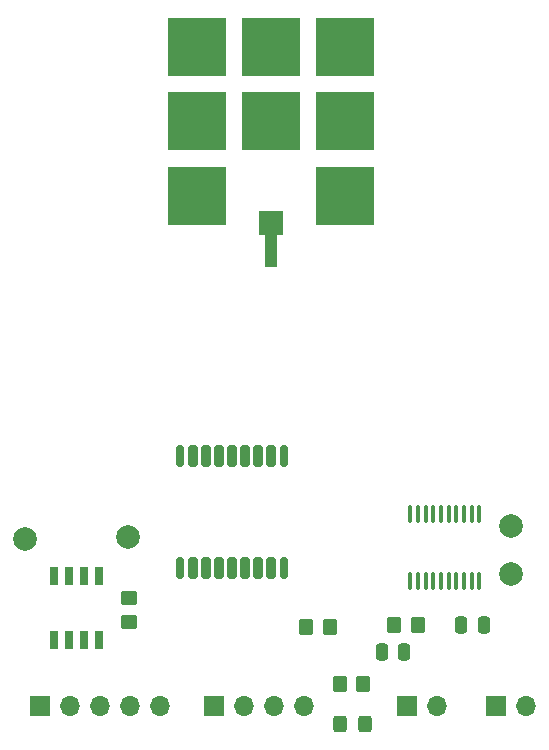
<source format=gbr>
%TF.GenerationSoftware,KiCad,Pcbnew,8.0.1*%
%TF.CreationDate,2025-07-31T15:37:34-05:00*%
%TF.ProjectId,GPS_board_v3,4750535f-626f-4617-9264-5f76332e6b69,rev?*%
%TF.SameCoordinates,Original*%
%TF.FileFunction,Soldermask,Top*%
%TF.FilePolarity,Negative*%
%FSLAX46Y46*%
G04 Gerber Fmt 4.6, Leading zero omitted, Abs format (unit mm)*
G04 Created by KiCad (PCBNEW 8.0.1) date 2025-07-31 15:37:34*
%MOMM*%
%LPD*%
G01*
G04 APERTURE LIST*
G04 Aperture macros list*
%AMRoundRect*
0 Rectangle with rounded corners*
0 $1 Rounding radius*
0 $2 $3 $4 $5 $6 $7 $8 $9 X,Y pos of 4 corners*
0 Add a 4 corners polygon primitive as box body*
4,1,4,$2,$3,$4,$5,$6,$7,$8,$9,$2,$3,0*
0 Add four circle primitives for the rounded corners*
1,1,$1+$1,$2,$3*
1,1,$1+$1,$4,$5*
1,1,$1+$1,$6,$7*
1,1,$1+$1,$8,$9*
0 Add four rect primitives between the rounded corners*
20,1,$1+$1,$2,$3,$4,$5,0*
20,1,$1+$1,$4,$5,$6,$7,0*
20,1,$1+$1,$6,$7,$8,$9,0*
20,1,$1+$1,$8,$9,$2,$3,0*%
G04 Aperture macros list end*
%ADD10C,2.000000*%
%ADD11R,0.650000X1.528000*%
%ADD12R,1.700000X1.700000*%
%ADD13O,1.700000X1.700000*%
%ADD14RoundRect,0.175000X0.175000X-0.725000X0.175000X0.725000X-0.175000X0.725000X-0.175000X-0.725000X0*%
%ADD15RoundRect,0.200000X0.200000X-0.700000X0.200000X0.700000X-0.200000X0.700000X-0.200000X-0.700000X0*%
%ADD16RoundRect,0.100000X0.100000X-0.637500X0.100000X0.637500X-0.100000X0.637500X-0.100000X-0.637500X0*%
%ADD17RoundRect,0.250000X-0.350000X-0.450000X0.350000X-0.450000X0.350000X0.450000X-0.350000X0.450000X0*%
%ADD18RoundRect,0.250000X0.450000X-0.350000X0.450000X0.350000X-0.450000X0.350000X-0.450000X-0.350000X0*%
%ADD19R,5.000000X5.000000*%
%ADD20R,2.000000X2.000000*%
%ADD21R,1.000000X2.700000*%
%ADD22RoundRect,0.250000X-0.250000X-0.475000X0.250000X-0.475000X0.250000X0.475000X-0.250000X0.475000X0*%
%ADD23RoundRect,0.250000X0.250000X0.475000X-0.250000X0.475000X-0.250000X-0.475000X0.250000X-0.475000X0*%
%ADD24RoundRect,0.250000X-0.325000X-0.450000X0.325000X-0.450000X0.325000X0.450000X-0.325000X0.450000X0*%
G04 APERTURE END LIST*
D10*
%TO.C,REF\u002A\u002A*%
X135450000Y-111420000D03*
%TD*%
%TO.C,REF\u002A\u002A*%
X126760000Y-111570000D03*
%TD*%
D11*
%TO.C,IC2*%
X133005000Y-114689000D03*
X131735000Y-114689000D03*
X130465000Y-114689000D03*
X129195000Y-114689000D03*
X129195000Y-120111000D03*
X130465000Y-120111000D03*
X131735000Y-120111000D03*
X133005000Y-120111000D03*
%TD*%
D10*
%TO.C,REF\u002A\u002A*%
X167894000Y-110490000D03*
%TD*%
D12*
%TO.C,J4*%
X128080000Y-125715000D03*
D13*
X130620000Y-125715000D03*
X133160000Y-125715000D03*
X135700000Y-125715000D03*
X138240000Y-125715000D03*
%TD*%
D14*
%TO.C,U5*%
X139900000Y-114050000D03*
D15*
X141000000Y-114050000D03*
X142100000Y-114050000D03*
X143200000Y-114050000D03*
X144300000Y-114050000D03*
X145400000Y-114050000D03*
X146500000Y-114050000D03*
X147600000Y-114050000D03*
D14*
X148700000Y-114050000D03*
X148700000Y-104550000D03*
D15*
X147600000Y-104550000D03*
X146500000Y-104550000D03*
X145400000Y-104550000D03*
X144300000Y-104550000D03*
X143200000Y-104550000D03*
X142100000Y-104550000D03*
X141000000Y-104550000D03*
D14*
X139900000Y-104550000D03*
%TD*%
D12*
%TO.C,J2*%
X159125000Y-125715000D03*
D13*
X161665000Y-125715000D03*
%TD*%
D16*
%TO.C,U1*%
X159381000Y-115130500D03*
X160031000Y-115130500D03*
X160681000Y-115130500D03*
X161331000Y-115130500D03*
X161981000Y-115130500D03*
X162631000Y-115130500D03*
X163281000Y-115130500D03*
X163931000Y-115130500D03*
X164581000Y-115130500D03*
X165231000Y-115130500D03*
X165231000Y-109405500D03*
X164581000Y-109405500D03*
X163931000Y-109405500D03*
X163281000Y-109405500D03*
X162631000Y-109405500D03*
X161981000Y-109405500D03*
X161331000Y-109405500D03*
X160681000Y-109405500D03*
X160031000Y-109405500D03*
X159381000Y-109405500D03*
%TD*%
D17*
%TO.C,R9*%
X150600000Y-119000000D03*
X152600000Y-119000000D03*
%TD*%
D18*
%TO.C,R8*%
X135600000Y-118600000D03*
X135600000Y-116600000D03*
%TD*%
D17*
%TO.C,R1*%
X158004000Y-118872000D03*
X160004000Y-118872000D03*
%TD*%
D19*
%TO.C,A1*%
X141300000Y-69900000D03*
X141300000Y-76200000D03*
X141300000Y-82500000D03*
X147600000Y-69900000D03*
X147600000Y-76200000D03*
X153900000Y-69900000D03*
X153900000Y-76200000D03*
X153900000Y-82500000D03*
D20*
X147600000Y-84800000D03*
D21*
X147600000Y-87150000D03*
%TD*%
D17*
%TO.C,R10*%
X153400000Y-123815000D03*
X155400000Y-123815000D03*
%TD*%
D22*
%TO.C,C2*%
X163708000Y-118872000D03*
X165608000Y-118872000D03*
%TD*%
D10*
%TO.C,REF\u002A\u002A*%
X167894000Y-114554000D03*
%TD*%
D12*
%TO.C,J3*%
X142748000Y-125730000D03*
D13*
X145288000Y-125730000D03*
X147828000Y-125730000D03*
X150368000Y-125730000D03*
%TD*%
D23*
%TO.C,C1*%
X158872000Y-121158000D03*
X156972000Y-121158000D03*
%TD*%
D12*
%TO.C,J1*%
X166625000Y-125715000D03*
D13*
X169165000Y-125715000D03*
%TD*%
D24*
%TO.C,D1*%
X153475000Y-127215000D03*
X155525000Y-127215000D03*
%TD*%
M02*

</source>
